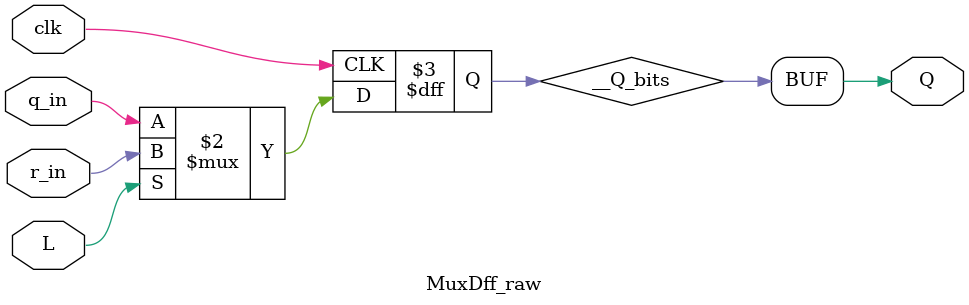
<source format=sv>
module MuxDff_raw(
  input  wire clk,
              L,
              r_in,
              q_in,
  output wire Q
);

  // Variables for output ports
  logic __Q_bits;

  // @seq update_q():
  always @(posedge clk)
    __Q_bits <= L ? r_in : q_in;

  assign Q = __Q_bits;
endmodule

</source>
